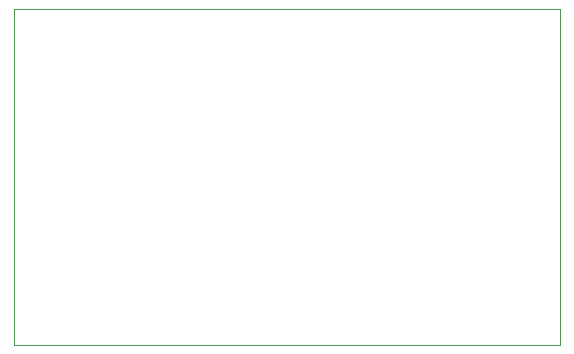
<source format=gbr>
%TF.GenerationSoftware,KiCad,Pcbnew,6.0.2+dfsg-1*%
%TF.CreationDate,2023-02-05T15:53:52-05:00*%
%TF.ProjectId,lin-master,6c696e2d-6d61-4737-9465-722e6b696361,1.0*%
%TF.SameCoordinates,Original*%
%TF.FileFunction,Profile,NP*%
%FSLAX46Y46*%
G04 Gerber Fmt 4.6, Leading zero omitted, Abs format (unit mm)*
G04 Created by KiCad (PCBNEW 6.0.2+dfsg-1) date 2023-02-05 15:53:52*
%MOMM*%
%LPD*%
G01*
G04 APERTURE LIST*
%TA.AperFunction,Profile*%
%ADD10C,0.100000*%
%TD*%
G04 APERTURE END LIST*
D10*
X101600000Y-102870000D02*
X147828000Y-102870000D01*
X101600000Y-74422000D02*
X101600000Y-102870000D01*
X147828000Y-102870000D02*
X147828000Y-74422000D01*
X147828000Y-74422000D02*
X101600000Y-74422000D01*
M02*

</source>
